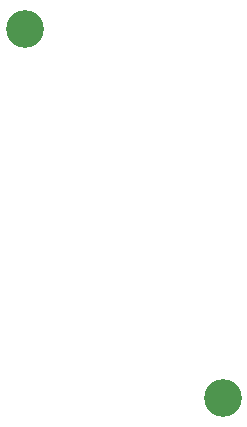
<source format=gbr>
%TF.GenerationSoftware,KiCad,Pcbnew,8.0.7*%
%TF.CreationDate,2025-06-14T17:24:23+07:00*%
%TF.ProjectId,Tubes Mk. PCB,54756265-7320-44d6-9b2e-205043422e6b,rev?*%
%TF.SameCoordinates,Original*%
%TF.FileFunction,NonPlated,1,4,NPTH,Drill*%
%TF.FilePolarity,Positive*%
%FSLAX46Y46*%
G04 Gerber Fmt 4.6, Leading zero omitted, Abs format (unit mm)*
G04 Created by KiCad (PCBNEW 8.0.7) date 2025-06-14 17:24:23*
%MOMM*%
%LPD*%
G01*
G04 APERTURE LIST*
%TA.AperFunction,ComponentDrill*%
%ADD10C,3.200000*%
%TD*%
G04 APERTURE END LIST*
D10*
%TO.C,REF\u002A\u002A*%
X69977000Y-71501000D03*
X86741000Y-102743000D03*
M02*

</source>
